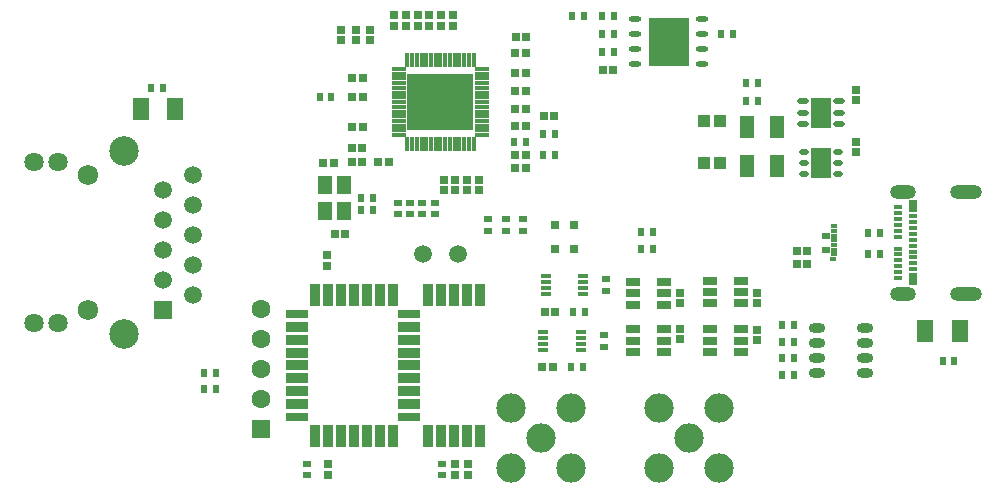
<source format=gts>
G04*
G04 #@! TF.GenerationSoftware,Altium Limited,Altium Designer,24.4.1 (13)*
G04*
G04 Layer_Color=8388736*
%FSLAX44Y44*%
%MOMM*%
G71*
G04*
G04 #@! TF.SameCoordinates,BB8F2AFE-483E-42EE-87DF-432BFCC133BD*
G04*
G04*
G04 #@! TF.FilePolarity,Negative*
G04*
G01*
G75*
%ADD21R,3.5000X4.1000*%
G04:AMPARAMS|DCode=22|XSize=1.05mm|YSize=0.45mm|CornerRadius=0.225mm|HoleSize=0mm|Usage=FLASHONLY|Rotation=180.000|XOffset=0mm|YOffset=0mm|HoleType=Round|Shape=RoundedRectangle|*
%AMROUNDEDRECTD22*
21,1,1.0500,0.0000,0,0,180.0*
21,1,0.6000,0.4500,0,0,180.0*
1,1,0.4500,-0.3000,0.0000*
1,1,0.4500,0.3000,0.0000*
1,1,0.4500,0.3000,0.0000*
1,1,0.4500,-0.3000,0.0000*
%
%ADD22ROUNDEDRECTD22*%
%ADD37R,0.8000X0.8000*%
%ADD45O,0.8000X0.5000*%
%ADD46R,1.7500X2.5000*%
%ADD47O,1.0000X0.5000*%
%ADD48R,0.9000X1.9000*%
%ADD49R,1.9000X0.8000*%
%ADD50R,1.9000X0.9000*%
%ADD51R,1.2500X0.7000*%
%ADD52R,0.9000X0.4000*%
%ADD53R,0.8000X0.4000*%
%ADD54R,0.8000X1.1000*%
%ADD55R,1.2000X0.3000*%
%ADD56R,0.3000X1.2000*%
%ADD57R,5.7000X4.7000*%
%ADD58R,1.4000X1.9000*%
%ADD59R,0.7000X0.6000*%
%ADD60C,1.5000*%
%ADD61R,0.7000X0.7400*%
%ADD62R,0.6000X0.7000*%
%ADD63R,0.7400X0.7000*%
%ADD64R,0.5000X0.3500*%
%ADD65R,0.7500X0.6000*%
%ADD66R,0.6000X0.3500*%
%ADD67R,1.0000X1.1000*%
%ADD68R,1.3000X1.5000*%
%ADD69O,1.3700X0.8600*%
%ADD70R,1.3000X1.8500*%
%ADD71O,2.7000X1.2000*%
%ADD72O,2.2000X1.2000*%
%ADD73C,2.4850*%
%ADD74C,1.6000*%
%ADD75R,1.6000X1.6000*%
%ADD76C,0.1000*%
%ADD77C,1.7250*%
%ADD78C,2.5000*%
%ADD79C,1.6300*%
%ADD80R,1.5000X1.5000*%
%ADD81C,0.7000*%
%ADD82C,0.6000*%
D21*
X953000Y780000D02*
D03*
D22*
X924500Y760950D02*
D03*
Y773650D02*
D03*
Y786350D02*
D03*
Y799050D02*
D03*
X981500D02*
D03*
Y786350D02*
D03*
Y773650D02*
D03*
Y760950D02*
D03*
D37*
X856750Y605000D02*
D03*
X873250D02*
D03*
Y625000D02*
D03*
X856750D02*
D03*
D45*
X1067752Y668170D02*
D03*
Y677670D02*
D03*
Y687170D02*
D03*
X1096252Y668170D02*
D03*
Y687170D02*
D03*
Y677670D02*
D03*
D46*
X1082002D02*
D03*
X1082002Y720170D02*
D03*
D47*
X1066752Y710670D02*
D03*
Y720170D02*
D03*
Y729670D02*
D03*
X1097252Y710670D02*
D03*
Y729670D02*
D03*
Y720170D02*
D03*
D48*
X653500Y446000D02*
D03*
X664500D02*
D03*
X675500D02*
D03*
X686500D02*
D03*
X697500D02*
D03*
X708500D02*
D03*
X719500D02*
D03*
X749500D02*
D03*
X760500D02*
D03*
X771500D02*
D03*
X782500D02*
D03*
X793500D02*
D03*
Y566000D02*
D03*
X782500D02*
D03*
X771500D02*
D03*
X760500D02*
D03*
X749500D02*
D03*
X719500D02*
D03*
X708500D02*
D03*
X697500D02*
D03*
X686500D02*
D03*
X675500D02*
D03*
X664500D02*
D03*
X653500D02*
D03*
D49*
X638500Y550000D02*
D03*
Y462000D02*
D03*
X733500D02*
D03*
Y550000D02*
D03*
D50*
X638500Y539000D02*
D03*
Y528000D02*
D03*
Y517000D02*
D03*
Y506000D02*
D03*
Y495000D02*
D03*
Y484000D02*
D03*
Y473000D02*
D03*
X733500D02*
D03*
Y484000D02*
D03*
Y495000D02*
D03*
Y506000D02*
D03*
Y517000D02*
D03*
Y528000D02*
D03*
Y539000D02*
D03*
D51*
X988000Y577500D02*
D03*
Y568000D02*
D03*
Y558500D02*
D03*
X1014000D02*
D03*
Y568000D02*
D03*
Y577500D02*
D03*
X949000Y536500D02*
D03*
Y527000D02*
D03*
Y517500D02*
D03*
X923000D02*
D03*
Y527000D02*
D03*
Y536500D02*
D03*
X923000Y576500D02*
D03*
Y567000D02*
D03*
Y557500D02*
D03*
X949000D02*
D03*
Y567000D02*
D03*
Y576500D02*
D03*
X1014000Y536500D02*
D03*
Y527000D02*
D03*
Y517500D02*
D03*
X988000D02*
D03*
Y527000D02*
D03*
Y536500D02*
D03*
D52*
X847000Y519500D02*
D03*
Y524500D02*
D03*
Y529500D02*
D03*
Y534500D02*
D03*
X879000D02*
D03*
Y529500D02*
D03*
Y524500D02*
D03*
Y519500D02*
D03*
X881000Y566500D02*
D03*
Y571500D02*
D03*
Y576500D02*
D03*
Y581500D02*
D03*
X849000D02*
D03*
Y576500D02*
D03*
Y571500D02*
D03*
Y566500D02*
D03*
D53*
X1160000Y607500D02*
D03*
Y587500D02*
D03*
Y592500D02*
D03*
Y597500D02*
D03*
Y602500D02*
D03*
Y612500D02*
D03*
Y617500D02*
D03*
Y622500D02*
D03*
Y627500D02*
D03*
Y632500D02*
D03*
X1147000Y615000D02*
D03*
Y640000D02*
D03*
Y635000D02*
D03*
Y630000D02*
D03*
Y625000D02*
D03*
Y620000D02*
D03*
Y580000D02*
D03*
Y605000D02*
D03*
Y600000D02*
D03*
Y595000D02*
D03*
Y590000D02*
D03*
Y585000D02*
D03*
D54*
X1160000Y579000D02*
D03*
X1160100Y641000D02*
D03*
D55*
X724409Y757000D02*
D03*
Y753000D02*
D03*
Y749000D02*
D03*
Y745000D02*
D03*
Y741000D02*
D03*
Y737000D02*
D03*
Y733000D02*
D03*
Y729000D02*
D03*
Y725000D02*
D03*
Y721000D02*
D03*
Y717000D02*
D03*
Y713000D02*
D03*
Y709000D02*
D03*
Y705000D02*
D03*
Y701000D02*
D03*
X795409D02*
D03*
Y705000D02*
D03*
Y709000D02*
D03*
Y713000D02*
D03*
Y717000D02*
D03*
Y721000D02*
D03*
Y725000D02*
D03*
Y729000D02*
D03*
Y733000D02*
D03*
Y737000D02*
D03*
Y741000D02*
D03*
Y745000D02*
D03*
Y749000D02*
D03*
Y753000D02*
D03*
Y757000D02*
D03*
D56*
X731909Y693500D02*
D03*
X735909D02*
D03*
X739909D02*
D03*
X743909D02*
D03*
X747909D02*
D03*
X751909D02*
D03*
X755909D02*
D03*
X759909D02*
D03*
X763909D02*
D03*
X767909D02*
D03*
X771909D02*
D03*
X775909D02*
D03*
X779909D02*
D03*
X783909D02*
D03*
X787909D02*
D03*
Y764500D02*
D03*
X783909D02*
D03*
X779909D02*
D03*
X775909D02*
D03*
X771909D02*
D03*
X767909D02*
D03*
X763909D02*
D03*
X759909D02*
D03*
X755909D02*
D03*
X751909D02*
D03*
X747909D02*
D03*
X743909D02*
D03*
X739909D02*
D03*
X735909D02*
D03*
X731909D02*
D03*
D57*
X759909Y729000D02*
D03*
D58*
X535500Y723000D02*
D03*
X506500D02*
D03*
X1199500Y535000D02*
D03*
X1170500D02*
D03*
D59*
X744000Y634000D02*
D03*
Y644000D02*
D03*
X830000Y620000D02*
D03*
Y630000D02*
D03*
X900000Y579000D02*
D03*
Y569000D02*
D03*
X761000Y413000D02*
D03*
Y423000D02*
D03*
X647000Y413000D02*
D03*
Y423000D02*
D03*
X724000Y644000D02*
D03*
Y634000D02*
D03*
X815000Y630000D02*
D03*
Y620000D02*
D03*
X755000Y644000D02*
D03*
Y634000D02*
D03*
X734000D02*
D03*
Y644000D02*
D03*
X898000Y522000D02*
D03*
Y532000D02*
D03*
X800000Y630000D02*
D03*
Y620000D02*
D03*
D60*
X775000Y600000D02*
D03*
X745000D02*
D03*
X550000Y667200D02*
D03*
X524600Y654500D02*
D03*
X550000Y641800D02*
D03*
X524600Y629100D02*
D03*
X550000Y616400D02*
D03*
X524600Y603700D02*
D03*
X550000Y591000D02*
D03*
X524600Y578300D02*
D03*
X550000Y565600D02*
D03*
D61*
X823258Y738500D02*
D03*
X832058D02*
D03*
X823158Y709000D02*
D03*
X831958D02*
D03*
X856900Y551500D02*
D03*
X848100D02*
D03*
X684658Y678000D02*
D03*
X693458D02*
D03*
X684658Y690500D02*
D03*
X693458D02*
D03*
X715958Y678000D02*
D03*
X707158D02*
D03*
X847158Y717000D02*
D03*
X855958D02*
D03*
X1070400Y603000D02*
D03*
X1061600D02*
D03*
X897542Y756500D02*
D03*
X906342D02*
D03*
X670600Y617500D02*
D03*
X679400D02*
D03*
X669400Y677500D02*
D03*
X660600D02*
D03*
X832400Y784000D02*
D03*
X823600D02*
D03*
X685158Y733000D02*
D03*
X693958D02*
D03*
X854900Y504500D02*
D03*
X846100D02*
D03*
X1070400Y592000D02*
D03*
X1061600D02*
D03*
X685158Y708000D02*
D03*
X693958D02*
D03*
X831958Y673000D02*
D03*
X823158D02*
D03*
X685158Y749000D02*
D03*
X693958D02*
D03*
X831958Y754000D02*
D03*
X823158D02*
D03*
X831958Y770750D02*
D03*
X823158D02*
D03*
Y723000D02*
D03*
X831958D02*
D03*
Y684000D02*
D03*
X823158D02*
D03*
D62*
X856558Y702000D02*
D03*
X846558D02*
D03*
X906942Y771500D02*
D03*
X896942D02*
D03*
X896442Y802000D02*
D03*
X906442D02*
D03*
X882500Y551500D02*
D03*
X872500D02*
D03*
X1049000Y540000D02*
D03*
X1059000D02*
D03*
X1122000Y618000D02*
D03*
X1132000D02*
D03*
Y600000D02*
D03*
X1122000D02*
D03*
X1029002Y745170D02*
D03*
X1019002D02*
D03*
Y730170D02*
D03*
X1029002D02*
D03*
X692500Y647500D02*
D03*
X702500D02*
D03*
X1049000Y512000D02*
D03*
X1059000D02*
D03*
X1185000Y510000D02*
D03*
X1195000D02*
D03*
X896942Y786500D02*
D03*
X906942D02*
D03*
X832558Y695000D02*
D03*
X822558D02*
D03*
X1049000Y526000D02*
D03*
X1059000D02*
D03*
X846558Y684000D02*
D03*
X856558D02*
D03*
X940000Y605000D02*
D03*
X930000D02*
D03*
X702500Y637500D02*
D03*
X692500D02*
D03*
X870500Y504500D02*
D03*
X880500D02*
D03*
X560000Y486000D02*
D03*
X570000D02*
D03*
X881442Y802000D02*
D03*
X871442D02*
D03*
X667558Y733000D02*
D03*
X657558D02*
D03*
X940000Y619000D02*
D03*
X930000D02*
D03*
X997442Y786500D02*
D03*
X1007442D02*
D03*
X560000Y500000D02*
D03*
X570000D02*
D03*
X1049000Y498000D02*
D03*
X1059000D02*
D03*
X515000Y741000D02*
D03*
X525000D02*
D03*
D63*
X782558Y663400D02*
D03*
Y654600D02*
D03*
X792558Y654600D02*
D03*
Y663400D02*
D03*
X1028000Y536400D02*
D03*
Y527600D02*
D03*
X1112002Y730770D02*
D03*
Y739570D02*
D03*
X783000Y413600D02*
D03*
Y422400D02*
D03*
X772000Y422400D02*
D03*
Y413600D02*
D03*
X665000Y413600D02*
D03*
Y422400D02*
D03*
X664000Y599400D02*
D03*
Y590600D02*
D03*
X963000Y558600D02*
D03*
Y567400D02*
D03*
X700558Y781600D02*
D03*
Y790400D02*
D03*
X1112002Y695170D02*
D03*
Y686370D02*
D03*
X772558Y663400D02*
D03*
Y654600D02*
D03*
X770558Y793600D02*
D03*
Y802400D02*
D03*
X688058Y790400D02*
D03*
Y781600D02*
D03*
X760558Y793600D02*
D03*
Y802400D02*
D03*
X675558Y790400D02*
D03*
Y781600D02*
D03*
X750558Y802400D02*
D03*
Y793600D02*
D03*
X730558D02*
D03*
Y802400D02*
D03*
X740558D02*
D03*
Y793600D02*
D03*
X720558Y802400D02*
D03*
Y793600D02*
D03*
X1028000Y567400D02*
D03*
Y558600D02*
D03*
X762558Y654600D02*
D03*
Y663400D02*
D03*
X962500Y536900D02*
D03*
Y528100D02*
D03*
D64*
X1093000Y600000D02*
D03*
Y616000D02*
D03*
Y612000D02*
D03*
Y604000D02*
D03*
Y608000D02*
D03*
Y620000D02*
D03*
Y624000D02*
D03*
D65*
X1086250Y604200D02*
D03*
Y615800D02*
D03*
D66*
X1092500Y596000D02*
D03*
D67*
X982752Y712670D02*
D03*
X996252D02*
D03*
X982752Y677670D02*
D03*
X996252D02*
D03*
D68*
X662000Y658500D02*
D03*
X678000D02*
D03*
X662000Y636500D02*
D03*
X678000D02*
D03*
D69*
X1119500Y499950D02*
D03*
Y512650D02*
D03*
X1119500Y525350D02*
D03*
X1078500D02*
D03*
Y512650D02*
D03*
Y499950D02*
D03*
Y538050D02*
D03*
X1119500D02*
D03*
D70*
X1019252Y675170D02*
D03*
X1044752D02*
D03*
Y707670D02*
D03*
X1019252D02*
D03*
D71*
X1204600Y566600D02*
D03*
Y653000D02*
D03*
D72*
X1151100Y566800D02*
D03*
Y653200D02*
D03*
D73*
X870400Y470400D02*
D03*
X819600D02*
D03*
Y419600D02*
D03*
X870400D02*
D03*
X845000Y445000D02*
D03*
X995400Y470400D02*
D03*
X944600D02*
D03*
Y419600D02*
D03*
X995400D02*
D03*
X970000Y445000D02*
D03*
D74*
X608000Y528200D02*
D03*
Y553600D02*
D03*
Y502800D02*
D03*
Y477400D02*
D03*
D75*
Y452000D02*
D03*
D76*
X550000Y435000D02*
D03*
Y785000D02*
D03*
X1050000D02*
D03*
Y435000D02*
D03*
D77*
X461100Y667200D02*
D03*
Y552900D02*
D03*
D78*
X491600Y687550D02*
D03*
Y532550D02*
D03*
D79*
X415400Y542200D02*
D03*
X435700D02*
D03*
X415400Y677900D02*
D03*
X435700D02*
D03*
D80*
X524600Y552900D02*
D03*
D81*
X1082002Y672170D02*
D03*
Y683170D02*
D03*
X1082000Y716000D02*
D03*
X1082002Y725670D02*
D03*
D82*
X953000Y795000D02*
D03*
Y785000D02*
D03*
Y775000D02*
D03*
Y765000D02*
D03*
X963000Y795000D02*
D03*
Y785000D02*
D03*
Y775000D02*
D03*
Y765000D02*
D03*
X943000Y795000D02*
D03*
Y785000D02*
D03*
Y775000D02*
D03*
Y765000D02*
D03*
M02*

</source>
